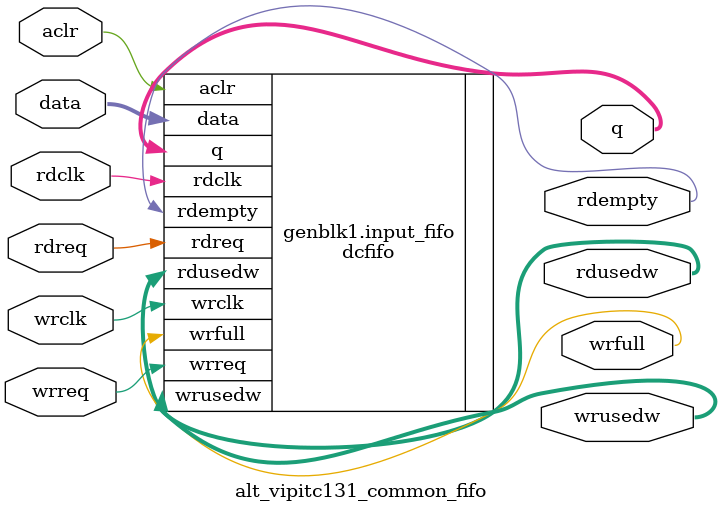
<source format=v>
module alt_vipitc131_common_fifo(
    wrclk,
    rdreq,
    aclr,
    rdclk,
    wrreq,
    data,
    rdusedw,
    rdempty,
    wrusedw,
    wrfull,
    q);

function integer alt_clogb2;
  input [31:0] value;
  integer i;
  begin
    alt_clogb2 = 32;
    for (i=31; i>0; i=i-1) begin
      if (2**i>=value)
        alt_clogb2 = i;
    end
  end
endfunction

parameter DATA_WIDTH = 20;
parameter FIFO_DEPTH = 1920;
parameter CLOCKS_ARE_SAME = 0;

parameter DATA_WIDTHU = alt_clogb2(FIFO_DEPTH);    

input wrclk;
input rdreq;
input aclr;
input rdclk;
input wrreq;
input [DATA_WIDTH-1:0] data;
output [DATA_WIDTHU-1:0] rdusedw;
output rdempty;
output [DATA_WIDTHU-1:0] wrusedw;
output wrfull;
output [DATA_WIDTH-1:0] q;

generate
    if(CLOCKS_ARE_SAME) begin
        assign rdusedw = wrusedw;
        
        scfifo input_fifo(
		    .rdreq(rdreq),
            .aclr(aclr),
			.clock(wrclk),
			.wrreq(wrreq),
			.data(data),
			.empty(rdempty),
			.full(wrfull),
            .usedw(wrusedw),
            .q(q));

        defparam
		    input_fifo.add_ram_output_register = "OFF",
            input_fifo.lpm_hint = "MAXIMIZE_SPEED=7,",      
            input_fifo.lpm_numwords = FIFO_DEPTH,
            input_fifo.lpm_showahead = "OFF",
            input_fifo.lpm_type = "scfifo",
            input_fifo.lpm_width = DATA_WIDTH,
            input_fifo.lpm_widthu = DATA_WIDTHU,
            input_fifo.overflow_checking = "OFF",
            input_fifo.underflow_checking = "OFF",
            input_fifo.use_eab = "ON";
    end else begin
        dcfifo input_fifo(
            .wrclk(wrclk),
            .rdreq(rdreq),
            .aclr(aclr),
            .rdclk(rdclk),
            .wrreq(wrreq),
            .data(data),
            .rdusedw(rdusedw),
            .rdempty(rdempty),
            .wrfull(wrfull),
            .wrusedw(wrusedw),
            .q(q));

        defparam
            input_fifo.lpm_hint = "MAXIMIZE_SPEED=7,",
            input_fifo.lpm_numwords = FIFO_DEPTH,
            input_fifo.lpm_showahead = "OFF",
            input_fifo.lpm_type = "dcfifo",
            input_fifo.lpm_width = DATA_WIDTH,
            input_fifo.lpm_widthu = DATA_WIDTHU,
            input_fifo.overflow_checking = "OFF",
            input_fifo.rdsync_delaypipe = 5,
            input_fifo.underflow_checking = "OFF",
            input_fifo.use_eab = "ON",
            input_fifo.wrsync_delaypipe = 5,
            input_fifo.read_aclr_synch = "ON";
    end
endgenerate

endmodule

</source>
